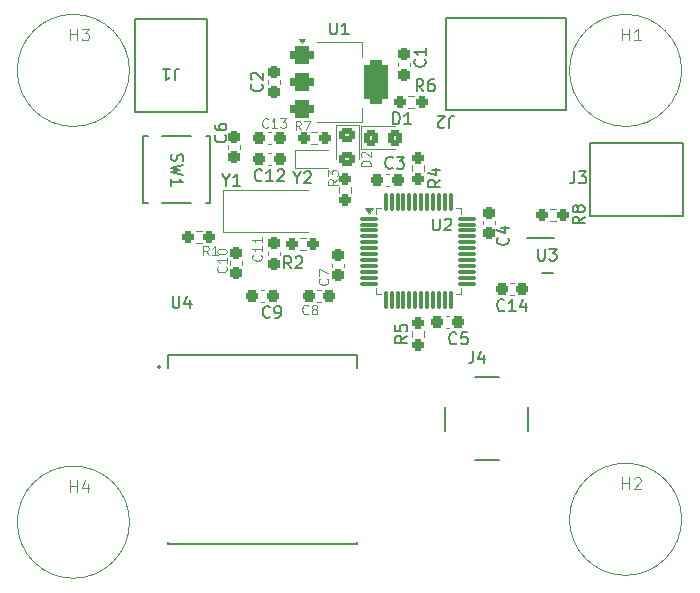
<source format=gbr>
G04 #@! TF.GenerationSoftware,KiCad,Pcbnew,9.0.0*
G04 #@! TF.CreationDate,2025-04-23T00:46:07-04:00*
G04 #@! TF.ProjectId,GPS,4750532e-6b69-4636-9164-5f7063625858,rev?*
G04 #@! TF.SameCoordinates,Original*
G04 #@! TF.FileFunction,Legend,Top*
G04 #@! TF.FilePolarity,Positive*
%FSLAX46Y46*%
G04 Gerber Fmt 4.6, Leading zero omitted, Abs format (unit mm)*
G04 Created by KiCad (PCBNEW 9.0.0) date 2025-04-23 00:46:07*
%MOMM*%
%LPD*%
G01*
G04 APERTURE LIST*
G04 Aperture macros list*
%AMRoundRect*
0 Rectangle with rounded corners*
0 $1 Rounding radius*
0 $2 $3 $4 $5 $6 $7 $8 $9 X,Y pos of 4 corners*
0 Add a 4 corners polygon primitive as box body*
4,1,4,$2,$3,$4,$5,$6,$7,$8,$9,$2,$3,0*
0 Add four circle primitives for the rounded corners*
1,1,$1+$1,$2,$3*
1,1,$1+$1,$4,$5*
1,1,$1+$1,$6,$7*
1,1,$1+$1,$8,$9*
0 Add four rect primitives between the rounded corners*
20,1,$1+$1,$2,$3,$4,$5,0*
20,1,$1+$1,$4,$5,$6,$7,0*
20,1,$1+$1,$6,$7,$8,$9,0*
20,1,$1+$1,$8,$9,$2,$3,0*%
G04 Aperture macros list end*
%ADD10C,0.100000*%
%ADD11C,0.150000*%
%ADD12C,0.080000*%
%ADD13C,0.120000*%
%ADD14C,0.152400*%
%ADD15C,0.127000*%
%ADD16C,0.200000*%
%ADD17RoundRect,0.237500X0.250000X0.237500X-0.250000X0.237500X-0.250000X-0.237500X0.250000X-0.237500X0*%
%ADD18RoundRect,0.237500X0.237500X-0.300000X0.237500X0.300000X-0.237500X0.300000X-0.237500X-0.300000X0*%
%ADD19C,1.320800*%
%ADD20R,0.558800X0.952500*%
%ADD21RoundRect,0.250000X-0.450000X0.325000X-0.450000X-0.325000X0.450000X-0.325000X0.450000X0.325000X0*%
%ADD22RoundRect,0.237500X-0.300000X-0.237500X0.300000X-0.237500X0.300000X0.237500X-0.300000X0.237500X0*%
%ADD23C,5.000000*%
%ADD24RoundRect,0.237500X-0.250000X-0.237500X0.250000X-0.237500X0.250000X0.237500X-0.250000X0.237500X0*%
%ADD25RoundRect,0.237500X-0.237500X0.300000X-0.237500X-0.300000X0.237500X-0.300000X0.237500X0.300000X0*%
%ADD26R,3.500000X2.400000*%
%ADD27RoundRect,0.250000X-0.325000X-0.450000X0.325000X-0.450000X0.325000X0.450000X-0.325000X0.450000X0*%
%ADD28RoundRect,0.237500X0.300000X0.237500X-0.300000X0.237500X-0.300000X-0.237500X0.300000X-0.237500X0*%
%ADD29RoundRect,0.375000X-0.625000X-0.375000X0.625000X-0.375000X0.625000X0.375000X-0.625000X0.375000X0*%
%ADD30RoundRect,0.500000X-0.500000X-1.400000X0.500000X-1.400000X0.500000X1.400000X-0.500000X1.400000X0*%
%ADD31C,2.529000*%
%ADD32C,2.829000*%
%ADD33R,1.050000X1.100000*%
%ADD34RoundRect,0.237500X-0.237500X0.250000X-0.237500X-0.250000X0.237500X-0.250000X0.237500X0.250000X0*%
%ADD35R,1.200000X0.449999*%
%ADD36O,2.704000X1.204000*%
%ADD37RoundRect,0.075000X-0.662500X-0.075000X0.662500X-0.075000X0.662500X0.075000X-0.662500X0.075000X0*%
%ADD38RoundRect,0.075000X-0.075000X-0.662500X0.075000X-0.662500X0.075000X0.662500X-0.075000X0.662500X0*%
%ADD39C,1.270000*%
%ADD40RoundRect,0.237500X0.237500X-0.250000X0.237500X0.250000X-0.237500X0.250000X-0.237500X-0.250000X0*%
G04 APERTURE END LIST*
D10*
X153266667Y-62564895D02*
X153000000Y-62183942D01*
X152809524Y-62564895D02*
X152809524Y-61764895D01*
X152809524Y-61764895D02*
X153114286Y-61764895D01*
X153114286Y-61764895D02*
X153190476Y-61802990D01*
X153190476Y-61802990D02*
X153228571Y-61841085D01*
X153228571Y-61841085D02*
X153266667Y-61917276D01*
X153266667Y-61917276D02*
X153266667Y-62031561D01*
X153266667Y-62031561D02*
X153228571Y-62107752D01*
X153228571Y-62107752D02*
X153190476Y-62145847D01*
X153190476Y-62145847D02*
X153114286Y-62183942D01*
X153114286Y-62183942D02*
X152809524Y-62183942D01*
X153533333Y-61764895D02*
X154066667Y-61764895D01*
X154066667Y-61764895D02*
X153723809Y-62564895D01*
D11*
X163759580Y-56566666D02*
X163807200Y-56614285D01*
X163807200Y-56614285D02*
X163854819Y-56757142D01*
X163854819Y-56757142D02*
X163854819Y-56852380D01*
X163854819Y-56852380D02*
X163807200Y-56995237D01*
X163807200Y-56995237D02*
X163711961Y-57090475D01*
X163711961Y-57090475D02*
X163616723Y-57138094D01*
X163616723Y-57138094D02*
X163426247Y-57185713D01*
X163426247Y-57185713D02*
X163283390Y-57185713D01*
X163283390Y-57185713D02*
X163092914Y-57138094D01*
X163092914Y-57138094D02*
X162997676Y-57090475D01*
X162997676Y-57090475D02*
X162902438Y-56995237D01*
X162902438Y-56995237D02*
X162854819Y-56852380D01*
X162854819Y-56852380D02*
X162854819Y-56757142D01*
X162854819Y-56757142D02*
X162902438Y-56614285D01*
X162902438Y-56614285D02*
X162950057Y-56566666D01*
X163854819Y-55614285D02*
X163854819Y-56185713D01*
X163854819Y-55899999D02*
X162854819Y-55899999D01*
X162854819Y-55899999D02*
X162997676Y-55995237D01*
X162997676Y-55995237D02*
X163092914Y-56090475D01*
X163092914Y-56090475D02*
X163140533Y-56185713D01*
X149929580Y-58666666D02*
X149977200Y-58714285D01*
X149977200Y-58714285D02*
X150024819Y-58857142D01*
X150024819Y-58857142D02*
X150024819Y-58952380D01*
X150024819Y-58952380D02*
X149977200Y-59095237D01*
X149977200Y-59095237D02*
X149881961Y-59190475D01*
X149881961Y-59190475D02*
X149786723Y-59238094D01*
X149786723Y-59238094D02*
X149596247Y-59285713D01*
X149596247Y-59285713D02*
X149453390Y-59285713D01*
X149453390Y-59285713D02*
X149262914Y-59238094D01*
X149262914Y-59238094D02*
X149167676Y-59190475D01*
X149167676Y-59190475D02*
X149072438Y-59095237D01*
X149072438Y-59095237D02*
X149024819Y-58952380D01*
X149024819Y-58952380D02*
X149024819Y-58857142D01*
X149024819Y-58857142D02*
X149072438Y-58714285D01*
X149072438Y-58714285D02*
X149120057Y-58666666D01*
X149120057Y-58285713D02*
X149072438Y-58238094D01*
X149072438Y-58238094D02*
X149024819Y-58142856D01*
X149024819Y-58142856D02*
X149024819Y-57904761D01*
X149024819Y-57904761D02*
X149072438Y-57809523D01*
X149072438Y-57809523D02*
X149120057Y-57761904D01*
X149120057Y-57761904D02*
X149215295Y-57714285D01*
X149215295Y-57714285D02*
X149310533Y-57714285D01*
X149310533Y-57714285D02*
X149453390Y-57761904D01*
X149453390Y-57761904D02*
X150024819Y-58333332D01*
X150024819Y-58333332D02*
X150024819Y-57714285D01*
X146859580Y-62966666D02*
X146907200Y-63014285D01*
X146907200Y-63014285D02*
X146954819Y-63157142D01*
X146954819Y-63157142D02*
X146954819Y-63252380D01*
X146954819Y-63252380D02*
X146907200Y-63395237D01*
X146907200Y-63395237D02*
X146811961Y-63490475D01*
X146811961Y-63490475D02*
X146716723Y-63538094D01*
X146716723Y-63538094D02*
X146526247Y-63585713D01*
X146526247Y-63585713D02*
X146383390Y-63585713D01*
X146383390Y-63585713D02*
X146192914Y-63538094D01*
X146192914Y-63538094D02*
X146097676Y-63490475D01*
X146097676Y-63490475D02*
X146002438Y-63395237D01*
X146002438Y-63395237D02*
X145954819Y-63252380D01*
X145954819Y-63252380D02*
X145954819Y-63157142D01*
X145954819Y-63157142D02*
X146002438Y-63014285D01*
X146002438Y-63014285D02*
X146050057Y-62966666D01*
X145954819Y-62109523D02*
X145954819Y-62299999D01*
X145954819Y-62299999D02*
X146002438Y-62395237D01*
X146002438Y-62395237D02*
X146050057Y-62442856D01*
X146050057Y-62442856D02*
X146192914Y-62538094D01*
X146192914Y-62538094D02*
X146383390Y-62585713D01*
X146383390Y-62585713D02*
X146764342Y-62585713D01*
X146764342Y-62585713D02*
X146859580Y-62538094D01*
X146859580Y-62538094D02*
X146907200Y-62490475D01*
X146907200Y-62490475D02*
X146954819Y-62395237D01*
X146954819Y-62395237D02*
X146954819Y-62204761D01*
X146954819Y-62204761D02*
X146907200Y-62109523D01*
X146907200Y-62109523D02*
X146859580Y-62061904D01*
X146859580Y-62061904D02*
X146764342Y-62014285D01*
X146764342Y-62014285D02*
X146526247Y-62014285D01*
X146526247Y-62014285D02*
X146431009Y-62061904D01*
X146431009Y-62061904D02*
X146383390Y-62109523D01*
X146383390Y-62109523D02*
X146335771Y-62204761D01*
X146335771Y-62204761D02*
X146335771Y-62395237D01*
X146335771Y-62395237D02*
X146383390Y-62490475D01*
X146383390Y-62490475D02*
X146431009Y-62538094D01*
X146431009Y-62538094D02*
X146526247Y-62585713D01*
X176416666Y-66059719D02*
X176416666Y-66774004D01*
X176416666Y-66774004D02*
X176369047Y-66916861D01*
X176369047Y-66916861D02*
X176273809Y-67012100D01*
X176273809Y-67012100D02*
X176130952Y-67059719D01*
X176130952Y-67059719D02*
X176035714Y-67059719D01*
X176797619Y-66059719D02*
X177416666Y-66059719D01*
X177416666Y-66059719D02*
X177083333Y-66440671D01*
X177083333Y-66440671D02*
X177226190Y-66440671D01*
X177226190Y-66440671D02*
X177321428Y-66488290D01*
X177321428Y-66488290D02*
X177369047Y-66535909D01*
X177369047Y-66535909D02*
X177416666Y-66631147D01*
X177416666Y-66631147D02*
X177416666Y-66869242D01*
X177416666Y-66869242D02*
X177369047Y-66964480D01*
X177369047Y-66964480D02*
X177321428Y-67012100D01*
X177321428Y-67012100D02*
X177226190Y-67059719D01*
X177226190Y-67059719D02*
X176940476Y-67059719D01*
X176940476Y-67059719D02*
X176845238Y-67012100D01*
X176845238Y-67012100D02*
X176797619Y-66964480D01*
X142338600Y-64585317D02*
X142290980Y-64728174D01*
X142290980Y-64728174D02*
X142290980Y-64966269D01*
X142290980Y-64966269D02*
X142338600Y-65061507D01*
X142338600Y-65061507D02*
X142386219Y-65109126D01*
X142386219Y-65109126D02*
X142481457Y-65156745D01*
X142481457Y-65156745D02*
X142576695Y-65156745D01*
X142576695Y-65156745D02*
X142671933Y-65109126D01*
X142671933Y-65109126D02*
X142719552Y-65061507D01*
X142719552Y-65061507D02*
X142767171Y-64966269D01*
X142767171Y-64966269D02*
X142814790Y-64775793D01*
X142814790Y-64775793D02*
X142862409Y-64680555D01*
X142862409Y-64680555D02*
X142910028Y-64632936D01*
X142910028Y-64632936D02*
X143005266Y-64585317D01*
X143005266Y-64585317D02*
X143100504Y-64585317D01*
X143100504Y-64585317D02*
X143195742Y-64632936D01*
X143195742Y-64632936D02*
X143243361Y-64680555D01*
X143243361Y-64680555D02*
X143290980Y-64775793D01*
X143290980Y-64775793D02*
X143290980Y-65013888D01*
X143290980Y-65013888D02*
X143243361Y-65156745D01*
X143290980Y-65490079D02*
X142290980Y-65728174D01*
X142290980Y-65728174D02*
X143005266Y-65918650D01*
X143005266Y-65918650D02*
X142290980Y-66109126D01*
X142290980Y-66109126D02*
X143290980Y-66347222D01*
X142290980Y-67251983D02*
X142290980Y-66680555D01*
X142290980Y-66966269D02*
X143290980Y-66966269D01*
X143290980Y-66966269D02*
X143148123Y-66871031D01*
X143148123Y-66871031D02*
X143052885Y-66775793D01*
X143052885Y-66775793D02*
X143005266Y-66680555D01*
X142588233Y-58345180D02*
X142588233Y-57630895D01*
X142588233Y-57630895D02*
X142635852Y-57488038D01*
X142635852Y-57488038D02*
X142731090Y-57392800D01*
X142731090Y-57392800D02*
X142873947Y-57345180D01*
X142873947Y-57345180D02*
X142969185Y-57345180D01*
X141588233Y-57345180D02*
X142159661Y-57345180D01*
X141873947Y-57345180D02*
X141873947Y-58345180D01*
X141873947Y-58345180D02*
X141969185Y-58202323D01*
X141969185Y-58202323D02*
X142064423Y-58107085D01*
X142064423Y-58107085D02*
X142159661Y-58059466D01*
D10*
X159164895Y-65590475D02*
X158364895Y-65590475D01*
X158364895Y-65590475D02*
X158364895Y-65399999D01*
X158364895Y-65399999D02*
X158402990Y-65285713D01*
X158402990Y-65285713D02*
X158479180Y-65209523D01*
X158479180Y-65209523D02*
X158555371Y-65171428D01*
X158555371Y-65171428D02*
X158707752Y-65133332D01*
X158707752Y-65133332D02*
X158822038Y-65133332D01*
X158822038Y-65133332D02*
X158974419Y-65171428D01*
X158974419Y-65171428D02*
X159050609Y-65209523D01*
X159050609Y-65209523D02*
X159126800Y-65285713D01*
X159126800Y-65285713D02*
X159164895Y-65399999D01*
X159164895Y-65399999D02*
X159164895Y-65590475D01*
X158441085Y-64828571D02*
X158402990Y-64790475D01*
X158402990Y-64790475D02*
X158364895Y-64714285D01*
X158364895Y-64714285D02*
X158364895Y-64523809D01*
X158364895Y-64523809D02*
X158402990Y-64447618D01*
X158402990Y-64447618D02*
X158441085Y-64409523D01*
X158441085Y-64409523D02*
X158517276Y-64371428D01*
X158517276Y-64371428D02*
X158593466Y-64371428D01*
X158593466Y-64371428D02*
X158707752Y-64409523D01*
X158707752Y-64409523D02*
X159164895Y-64866666D01*
X159164895Y-64866666D02*
X159164895Y-64371428D01*
D11*
X161033333Y-65729580D02*
X160985714Y-65777200D01*
X160985714Y-65777200D02*
X160842857Y-65824819D01*
X160842857Y-65824819D02*
X160747619Y-65824819D01*
X160747619Y-65824819D02*
X160604762Y-65777200D01*
X160604762Y-65777200D02*
X160509524Y-65681961D01*
X160509524Y-65681961D02*
X160461905Y-65586723D01*
X160461905Y-65586723D02*
X160414286Y-65396247D01*
X160414286Y-65396247D02*
X160414286Y-65253390D01*
X160414286Y-65253390D02*
X160461905Y-65062914D01*
X160461905Y-65062914D02*
X160509524Y-64967676D01*
X160509524Y-64967676D02*
X160604762Y-64872438D01*
X160604762Y-64872438D02*
X160747619Y-64824819D01*
X160747619Y-64824819D02*
X160842857Y-64824819D01*
X160842857Y-64824819D02*
X160985714Y-64872438D01*
X160985714Y-64872438D02*
X161033333Y-64920057D01*
X161366667Y-64824819D02*
X161985714Y-64824819D01*
X161985714Y-64824819D02*
X161652381Y-65205771D01*
X161652381Y-65205771D02*
X161795238Y-65205771D01*
X161795238Y-65205771D02*
X161890476Y-65253390D01*
X161890476Y-65253390D02*
X161938095Y-65301009D01*
X161938095Y-65301009D02*
X161985714Y-65396247D01*
X161985714Y-65396247D02*
X161985714Y-65634342D01*
X161985714Y-65634342D02*
X161938095Y-65729580D01*
X161938095Y-65729580D02*
X161890476Y-65777200D01*
X161890476Y-65777200D02*
X161795238Y-65824819D01*
X161795238Y-65824819D02*
X161509524Y-65824819D01*
X161509524Y-65824819D02*
X161414286Y-65777200D01*
X161414286Y-65777200D02*
X161366667Y-65729580D01*
D10*
X180488095Y-54957419D02*
X180488095Y-53957419D01*
X180488095Y-54433609D02*
X181059523Y-54433609D01*
X181059523Y-54957419D02*
X181059523Y-53957419D01*
X182059523Y-54957419D02*
X181488095Y-54957419D01*
X181773809Y-54957419D02*
X181773809Y-53957419D01*
X181773809Y-53957419D02*
X181678571Y-54100276D01*
X181678571Y-54100276D02*
X181583333Y-54195514D01*
X181583333Y-54195514D02*
X181488095Y-54243133D01*
D11*
X177277319Y-69886666D02*
X176801128Y-70219999D01*
X177277319Y-70458094D02*
X176277319Y-70458094D01*
X176277319Y-70458094D02*
X176277319Y-70077142D01*
X176277319Y-70077142D02*
X176324938Y-69981904D01*
X176324938Y-69981904D02*
X176372557Y-69934285D01*
X176372557Y-69934285D02*
X176467795Y-69886666D01*
X176467795Y-69886666D02*
X176610652Y-69886666D01*
X176610652Y-69886666D02*
X176705890Y-69934285D01*
X176705890Y-69934285D02*
X176753509Y-69981904D01*
X176753509Y-69981904D02*
X176801128Y-70077142D01*
X176801128Y-70077142D02*
X176801128Y-70458094D01*
X176705890Y-69315237D02*
X176658271Y-69410475D01*
X176658271Y-69410475D02*
X176610652Y-69458094D01*
X176610652Y-69458094D02*
X176515414Y-69505713D01*
X176515414Y-69505713D02*
X176467795Y-69505713D01*
X176467795Y-69505713D02*
X176372557Y-69458094D01*
X176372557Y-69458094D02*
X176324938Y-69410475D01*
X176324938Y-69410475D02*
X176277319Y-69315237D01*
X176277319Y-69315237D02*
X176277319Y-69124761D01*
X176277319Y-69124761D02*
X176324938Y-69029523D01*
X176324938Y-69029523D02*
X176372557Y-68981904D01*
X176372557Y-68981904D02*
X176467795Y-68934285D01*
X176467795Y-68934285D02*
X176515414Y-68934285D01*
X176515414Y-68934285D02*
X176610652Y-68981904D01*
X176610652Y-68981904D02*
X176658271Y-69029523D01*
X176658271Y-69029523D02*
X176705890Y-69124761D01*
X176705890Y-69124761D02*
X176705890Y-69315237D01*
X176705890Y-69315237D02*
X176753509Y-69410475D01*
X176753509Y-69410475D02*
X176801128Y-69458094D01*
X176801128Y-69458094D02*
X176896366Y-69505713D01*
X176896366Y-69505713D02*
X177086842Y-69505713D01*
X177086842Y-69505713D02*
X177182080Y-69458094D01*
X177182080Y-69458094D02*
X177229700Y-69410475D01*
X177229700Y-69410475D02*
X177277319Y-69315237D01*
X177277319Y-69315237D02*
X177277319Y-69124761D01*
X177277319Y-69124761D02*
X177229700Y-69029523D01*
X177229700Y-69029523D02*
X177182080Y-68981904D01*
X177182080Y-68981904D02*
X177086842Y-68934285D01*
X177086842Y-68934285D02*
X176896366Y-68934285D01*
X176896366Y-68934285D02*
X176801128Y-68981904D01*
X176801128Y-68981904D02*
X176753509Y-69029523D01*
X176753509Y-69029523D02*
X176705890Y-69124761D01*
D10*
X149888704Y-73114285D02*
X149926800Y-73152381D01*
X149926800Y-73152381D02*
X149964895Y-73266666D01*
X149964895Y-73266666D02*
X149964895Y-73342857D01*
X149964895Y-73342857D02*
X149926800Y-73457143D01*
X149926800Y-73457143D02*
X149850609Y-73533333D01*
X149850609Y-73533333D02*
X149774419Y-73571428D01*
X149774419Y-73571428D02*
X149622038Y-73609524D01*
X149622038Y-73609524D02*
X149507752Y-73609524D01*
X149507752Y-73609524D02*
X149355371Y-73571428D01*
X149355371Y-73571428D02*
X149279180Y-73533333D01*
X149279180Y-73533333D02*
X149202990Y-73457143D01*
X149202990Y-73457143D02*
X149164895Y-73342857D01*
X149164895Y-73342857D02*
X149164895Y-73266666D01*
X149164895Y-73266666D02*
X149202990Y-73152381D01*
X149202990Y-73152381D02*
X149241085Y-73114285D01*
X149964895Y-72352381D02*
X149964895Y-72809524D01*
X149964895Y-72580952D02*
X149164895Y-72580952D01*
X149164895Y-72580952D02*
X149279180Y-72657143D01*
X149279180Y-72657143D02*
X149355371Y-72733333D01*
X149355371Y-72733333D02*
X149393466Y-72809524D01*
X149964895Y-71590476D02*
X149964895Y-72047619D01*
X149964895Y-71819047D02*
X149164895Y-71819047D01*
X149164895Y-71819047D02*
X149279180Y-71895238D01*
X149279180Y-71895238D02*
X149355371Y-71971428D01*
X149355371Y-71971428D02*
X149393466Y-72047619D01*
D11*
X146923809Y-66778628D02*
X146923809Y-67254819D01*
X146590476Y-66254819D02*
X146923809Y-66778628D01*
X146923809Y-66778628D02*
X147257142Y-66254819D01*
X148114285Y-67254819D02*
X147542857Y-67254819D01*
X147828571Y-67254819D02*
X147828571Y-66254819D01*
X147828571Y-66254819D02*
X147733333Y-66397676D01*
X147733333Y-66397676D02*
X147638095Y-66492914D01*
X147638095Y-66492914D02*
X147542857Y-66540533D01*
X161061905Y-62054819D02*
X161061905Y-61054819D01*
X161061905Y-61054819D02*
X161300000Y-61054819D01*
X161300000Y-61054819D02*
X161442857Y-61102438D01*
X161442857Y-61102438D02*
X161538095Y-61197676D01*
X161538095Y-61197676D02*
X161585714Y-61292914D01*
X161585714Y-61292914D02*
X161633333Y-61483390D01*
X161633333Y-61483390D02*
X161633333Y-61626247D01*
X161633333Y-61626247D02*
X161585714Y-61816723D01*
X161585714Y-61816723D02*
X161538095Y-61911961D01*
X161538095Y-61911961D02*
X161442857Y-62007200D01*
X161442857Y-62007200D02*
X161300000Y-62054819D01*
X161300000Y-62054819D02*
X161061905Y-62054819D01*
X162585714Y-62054819D02*
X162014286Y-62054819D01*
X162300000Y-62054819D02*
X162300000Y-61054819D01*
X162300000Y-61054819D02*
X162204762Y-61197676D01*
X162204762Y-61197676D02*
X162109524Y-61292914D01*
X162109524Y-61292914D02*
X162014286Y-61340533D01*
X170494642Y-77789580D02*
X170447023Y-77837200D01*
X170447023Y-77837200D02*
X170304166Y-77884819D01*
X170304166Y-77884819D02*
X170208928Y-77884819D01*
X170208928Y-77884819D02*
X170066071Y-77837200D01*
X170066071Y-77837200D02*
X169970833Y-77741961D01*
X169970833Y-77741961D02*
X169923214Y-77646723D01*
X169923214Y-77646723D02*
X169875595Y-77456247D01*
X169875595Y-77456247D02*
X169875595Y-77313390D01*
X169875595Y-77313390D02*
X169923214Y-77122914D01*
X169923214Y-77122914D02*
X169970833Y-77027676D01*
X169970833Y-77027676D02*
X170066071Y-76932438D01*
X170066071Y-76932438D02*
X170208928Y-76884819D01*
X170208928Y-76884819D02*
X170304166Y-76884819D01*
X170304166Y-76884819D02*
X170447023Y-76932438D01*
X170447023Y-76932438D02*
X170494642Y-76980057D01*
X171447023Y-77884819D02*
X170875595Y-77884819D01*
X171161309Y-77884819D02*
X171161309Y-76884819D01*
X171161309Y-76884819D02*
X171066071Y-77027676D01*
X171066071Y-77027676D02*
X170970833Y-77122914D01*
X170970833Y-77122914D02*
X170875595Y-77170533D01*
X172304166Y-77218152D02*
X172304166Y-77884819D01*
X172066071Y-76837200D02*
X171827976Y-77551485D01*
X171827976Y-77551485D02*
X172447023Y-77551485D01*
D10*
X145466667Y-73164895D02*
X145200000Y-72783942D01*
X145009524Y-73164895D02*
X145009524Y-72364895D01*
X145009524Y-72364895D02*
X145314286Y-72364895D01*
X145314286Y-72364895D02*
X145390476Y-72402990D01*
X145390476Y-72402990D02*
X145428571Y-72441085D01*
X145428571Y-72441085D02*
X145466667Y-72517276D01*
X145466667Y-72517276D02*
X145466667Y-72631561D01*
X145466667Y-72631561D02*
X145428571Y-72707752D01*
X145428571Y-72707752D02*
X145390476Y-72745847D01*
X145390476Y-72745847D02*
X145314286Y-72783942D01*
X145314286Y-72783942D02*
X145009524Y-72783942D01*
X146228571Y-73164895D02*
X145771428Y-73164895D01*
X146000000Y-73164895D02*
X146000000Y-72364895D01*
X146000000Y-72364895D02*
X145923809Y-72479180D01*
X145923809Y-72479180D02*
X145847619Y-72555371D01*
X145847619Y-72555371D02*
X145771428Y-72593466D01*
X180488095Y-92957419D02*
X180488095Y-91957419D01*
X180488095Y-92433609D02*
X181059523Y-92433609D01*
X181059523Y-92957419D02*
X181059523Y-91957419D01*
X181488095Y-92052657D02*
X181535714Y-92005038D01*
X181535714Y-92005038D02*
X181630952Y-91957419D01*
X181630952Y-91957419D02*
X181869047Y-91957419D01*
X181869047Y-91957419D02*
X181964285Y-92005038D01*
X181964285Y-92005038D02*
X182011904Y-92052657D01*
X182011904Y-92052657D02*
X182059523Y-92147895D01*
X182059523Y-92147895D02*
X182059523Y-92243133D01*
X182059523Y-92243133D02*
X182011904Y-92385990D01*
X182011904Y-92385990D02*
X181440476Y-92957419D01*
X181440476Y-92957419D02*
X182059523Y-92957419D01*
D11*
X155738095Y-53454819D02*
X155738095Y-54264342D01*
X155738095Y-54264342D02*
X155785714Y-54359580D01*
X155785714Y-54359580D02*
X155833333Y-54407200D01*
X155833333Y-54407200D02*
X155928571Y-54454819D01*
X155928571Y-54454819D02*
X156119047Y-54454819D01*
X156119047Y-54454819D02*
X156214285Y-54407200D01*
X156214285Y-54407200D02*
X156261904Y-54359580D01*
X156261904Y-54359580D02*
X156309523Y-54264342D01*
X156309523Y-54264342D02*
X156309523Y-53454819D01*
X157309523Y-54454819D02*
X156738095Y-54454819D01*
X157023809Y-54454819D02*
X157023809Y-53454819D01*
X157023809Y-53454819D02*
X156928571Y-53597676D01*
X156928571Y-53597676D02*
X156833333Y-53692914D01*
X156833333Y-53692914D02*
X156738095Y-53740533D01*
X167841666Y-81279819D02*
X167841666Y-81994104D01*
X167841666Y-81994104D02*
X167794047Y-82136961D01*
X167794047Y-82136961D02*
X167698809Y-82232200D01*
X167698809Y-82232200D02*
X167555952Y-82279819D01*
X167555952Y-82279819D02*
X167460714Y-82279819D01*
X168746428Y-81613152D02*
X168746428Y-82279819D01*
X168508333Y-81232200D02*
X168270238Y-81946485D01*
X168270238Y-81946485D02*
X168889285Y-81946485D01*
D10*
X155488704Y-75133332D02*
X155526800Y-75171428D01*
X155526800Y-75171428D02*
X155564895Y-75285713D01*
X155564895Y-75285713D02*
X155564895Y-75361904D01*
X155564895Y-75361904D02*
X155526800Y-75476190D01*
X155526800Y-75476190D02*
X155450609Y-75552380D01*
X155450609Y-75552380D02*
X155374419Y-75590475D01*
X155374419Y-75590475D02*
X155222038Y-75628571D01*
X155222038Y-75628571D02*
X155107752Y-75628571D01*
X155107752Y-75628571D02*
X154955371Y-75590475D01*
X154955371Y-75590475D02*
X154879180Y-75552380D01*
X154879180Y-75552380D02*
X154802990Y-75476190D01*
X154802990Y-75476190D02*
X154764895Y-75361904D01*
X154764895Y-75361904D02*
X154764895Y-75285713D01*
X154764895Y-75285713D02*
X154802990Y-75171428D01*
X154802990Y-75171428D02*
X154841085Y-75133332D01*
X154764895Y-74866666D02*
X154764895Y-74333332D01*
X154764895Y-74333332D02*
X155564895Y-74676190D01*
D11*
X170759580Y-71666666D02*
X170807200Y-71714285D01*
X170807200Y-71714285D02*
X170854819Y-71857142D01*
X170854819Y-71857142D02*
X170854819Y-71952380D01*
X170854819Y-71952380D02*
X170807200Y-72095237D01*
X170807200Y-72095237D02*
X170711961Y-72190475D01*
X170711961Y-72190475D02*
X170616723Y-72238094D01*
X170616723Y-72238094D02*
X170426247Y-72285713D01*
X170426247Y-72285713D02*
X170283390Y-72285713D01*
X170283390Y-72285713D02*
X170092914Y-72238094D01*
X170092914Y-72238094D02*
X169997676Y-72190475D01*
X169997676Y-72190475D02*
X169902438Y-72095237D01*
X169902438Y-72095237D02*
X169854819Y-71952380D01*
X169854819Y-71952380D02*
X169854819Y-71857142D01*
X169854819Y-71857142D02*
X169902438Y-71714285D01*
X169902438Y-71714285D02*
X169950057Y-71666666D01*
X170188152Y-70809523D02*
X170854819Y-70809523D01*
X169807200Y-71047618D02*
X170521485Y-71285713D01*
X170521485Y-71285713D02*
X170521485Y-70666666D01*
X152923809Y-66578628D02*
X152923809Y-67054819D01*
X152590476Y-66054819D02*
X152923809Y-66578628D01*
X152923809Y-66578628D02*
X153257142Y-66054819D01*
X153542857Y-66150057D02*
X153590476Y-66102438D01*
X153590476Y-66102438D02*
X153685714Y-66054819D01*
X153685714Y-66054819D02*
X153923809Y-66054819D01*
X153923809Y-66054819D02*
X154019047Y-66102438D01*
X154019047Y-66102438D02*
X154066666Y-66150057D01*
X154066666Y-66150057D02*
X154114285Y-66245295D01*
X154114285Y-66245295D02*
X154114285Y-66340533D01*
X154114285Y-66340533D02*
X154066666Y-66483390D01*
X154066666Y-66483390D02*
X153495238Y-67054819D01*
X153495238Y-67054819D02*
X154114285Y-67054819D01*
X152433333Y-74254819D02*
X152100000Y-73778628D01*
X151861905Y-74254819D02*
X151861905Y-73254819D01*
X151861905Y-73254819D02*
X152242857Y-73254819D01*
X152242857Y-73254819D02*
X152338095Y-73302438D01*
X152338095Y-73302438D02*
X152385714Y-73350057D01*
X152385714Y-73350057D02*
X152433333Y-73445295D01*
X152433333Y-73445295D02*
X152433333Y-73588152D01*
X152433333Y-73588152D02*
X152385714Y-73683390D01*
X152385714Y-73683390D02*
X152338095Y-73731009D01*
X152338095Y-73731009D02*
X152242857Y-73778628D01*
X152242857Y-73778628D02*
X151861905Y-73778628D01*
X152814286Y-73350057D02*
X152861905Y-73302438D01*
X152861905Y-73302438D02*
X152957143Y-73254819D01*
X152957143Y-73254819D02*
X153195238Y-73254819D01*
X153195238Y-73254819D02*
X153290476Y-73302438D01*
X153290476Y-73302438D02*
X153338095Y-73350057D01*
X153338095Y-73350057D02*
X153385714Y-73445295D01*
X153385714Y-73445295D02*
X153385714Y-73540533D01*
X153385714Y-73540533D02*
X153338095Y-73683390D01*
X153338095Y-73683390D02*
X152766667Y-74254819D01*
X152766667Y-74254819D02*
X153385714Y-74254819D01*
D10*
X150485714Y-62288704D02*
X150447618Y-62326800D01*
X150447618Y-62326800D02*
X150333333Y-62364895D01*
X150333333Y-62364895D02*
X150257142Y-62364895D01*
X150257142Y-62364895D02*
X150142856Y-62326800D01*
X150142856Y-62326800D02*
X150066666Y-62250609D01*
X150066666Y-62250609D02*
X150028571Y-62174419D01*
X150028571Y-62174419D02*
X149990475Y-62022038D01*
X149990475Y-62022038D02*
X149990475Y-61907752D01*
X149990475Y-61907752D02*
X150028571Y-61755371D01*
X150028571Y-61755371D02*
X150066666Y-61679180D01*
X150066666Y-61679180D02*
X150142856Y-61602990D01*
X150142856Y-61602990D02*
X150257142Y-61564895D01*
X150257142Y-61564895D02*
X150333333Y-61564895D01*
X150333333Y-61564895D02*
X150447618Y-61602990D01*
X150447618Y-61602990D02*
X150485714Y-61641085D01*
X151247618Y-62364895D02*
X150790475Y-62364895D01*
X151019047Y-62364895D02*
X151019047Y-61564895D01*
X151019047Y-61564895D02*
X150942856Y-61679180D01*
X150942856Y-61679180D02*
X150866666Y-61755371D01*
X150866666Y-61755371D02*
X150790475Y-61793466D01*
X151514285Y-61564895D02*
X152009523Y-61564895D01*
X152009523Y-61564895D02*
X151742857Y-61869657D01*
X151742857Y-61869657D02*
X151857142Y-61869657D01*
X151857142Y-61869657D02*
X151933333Y-61907752D01*
X151933333Y-61907752D02*
X151971428Y-61945847D01*
X151971428Y-61945847D02*
X152009523Y-62022038D01*
X152009523Y-62022038D02*
X152009523Y-62212514D01*
X152009523Y-62212514D02*
X151971428Y-62288704D01*
X151971428Y-62288704D02*
X151933333Y-62326800D01*
X151933333Y-62326800D02*
X151857142Y-62364895D01*
X151857142Y-62364895D02*
X151628571Y-62364895D01*
X151628571Y-62364895D02*
X151552380Y-62326800D01*
X151552380Y-62326800D02*
X151514285Y-62288704D01*
D11*
X162254819Y-79966666D02*
X161778628Y-80299999D01*
X162254819Y-80538094D02*
X161254819Y-80538094D01*
X161254819Y-80538094D02*
X161254819Y-80157142D01*
X161254819Y-80157142D02*
X161302438Y-80061904D01*
X161302438Y-80061904D02*
X161350057Y-80014285D01*
X161350057Y-80014285D02*
X161445295Y-79966666D01*
X161445295Y-79966666D02*
X161588152Y-79966666D01*
X161588152Y-79966666D02*
X161683390Y-80014285D01*
X161683390Y-80014285D02*
X161731009Y-80061904D01*
X161731009Y-80061904D02*
X161778628Y-80157142D01*
X161778628Y-80157142D02*
X161778628Y-80538094D01*
X161254819Y-79061904D02*
X161254819Y-79538094D01*
X161254819Y-79538094D02*
X161731009Y-79585713D01*
X161731009Y-79585713D02*
X161683390Y-79538094D01*
X161683390Y-79538094D02*
X161635771Y-79442856D01*
X161635771Y-79442856D02*
X161635771Y-79204761D01*
X161635771Y-79204761D02*
X161683390Y-79109523D01*
X161683390Y-79109523D02*
X161731009Y-79061904D01*
X161731009Y-79061904D02*
X161826247Y-79014285D01*
X161826247Y-79014285D02*
X162064342Y-79014285D01*
X162064342Y-79014285D02*
X162159580Y-79061904D01*
X162159580Y-79061904D02*
X162207200Y-79109523D01*
X162207200Y-79109523D02*
X162254819Y-79204761D01*
X162254819Y-79204761D02*
X162254819Y-79442856D01*
X162254819Y-79442856D02*
X162207200Y-79538094D01*
X162207200Y-79538094D02*
X162159580Y-79585713D01*
X149957142Y-66789580D02*
X149909523Y-66837200D01*
X149909523Y-66837200D02*
X149766666Y-66884819D01*
X149766666Y-66884819D02*
X149671428Y-66884819D01*
X149671428Y-66884819D02*
X149528571Y-66837200D01*
X149528571Y-66837200D02*
X149433333Y-66741961D01*
X149433333Y-66741961D02*
X149385714Y-66646723D01*
X149385714Y-66646723D02*
X149338095Y-66456247D01*
X149338095Y-66456247D02*
X149338095Y-66313390D01*
X149338095Y-66313390D02*
X149385714Y-66122914D01*
X149385714Y-66122914D02*
X149433333Y-66027676D01*
X149433333Y-66027676D02*
X149528571Y-65932438D01*
X149528571Y-65932438D02*
X149671428Y-65884819D01*
X149671428Y-65884819D02*
X149766666Y-65884819D01*
X149766666Y-65884819D02*
X149909523Y-65932438D01*
X149909523Y-65932438D02*
X149957142Y-65980057D01*
X150909523Y-66884819D02*
X150338095Y-66884819D01*
X150623809Y-66884819D02*
X150623809Y-65884819D01*
X150623809Y-65884819D02*
X150528571Y-66027676D01*
X150528571Y-66027676D02*
X150433333Y-66122914D01*
X150433333Y-66122914D02*
X150338095Y-66170533D01*
X151290476Y-65980057D02*
X151338095Y-65932438D01*
X151338095Y-65932438D02*
X151433333Y-65884819D01*
X151433333Y-65884819D02*
X151671428Y-65884819D01*
X151671428Y-65884819D02*
X151766666Y-65932438D01*
X151766666Y-65932438D02*
X151814285Y-65980057D01*
X151814285Y-65980057D02*
X151861904Y-66075295D01*
X151861904Y-66075295D02*
X151861904Y-66170533D01*
X151861904Y-66170533D02*
X151814285Y-66313390D01*
X151814285Y-66313390D02*
X151242857Y-66884819D01*
X151242857Y-66884819D02*
X151861904Y-66884819D01*
D10*
X133738095Y-54957419D02*
X133738095Y-53957419D01*
X133738095Y-54433609D02*
X134309523Y-54433609D01*
X134309523Y-54957419D02*
X134309523Y-53957419D01*
X134690476Y-53957419D02*
X135309523Y-53957419D01*
X135309523Y-53957419D02*
X134976190Y-54338371D01*
X134976190Y-54338371D02*
X135119047Y-54338371D01*
X135119047Y-54338371D02*
X135214285Y-54385990D01*
X135214285Y-54385990D02*
X135261904Y-54433609D01*
X135261904Y-54433609D02*
X135309523Y-54528847D01*
X135309523Y-54528847D02*
X135309523Y-54766942D01*
X135309523Y-54766942D02*
X135261904Y-54862180D01*
X135261904Y-54862180D02*
X135214285Y-54909800D01*
X135214285Y-54909800D02*
X135119047Y-54957419D01*
X135119047Y-54957419D02*
X134833333Y-54957419D01*
X134833333Y-54957419D02*
X134738095Y-54909800D01*
X134738095Y-54909800D02*
X134690476Y-54862180D01*
D11*
X150633333Y-78359580D02*
X150585714Y-78407200D01*
X150585714Y-78407200D02*
X150442857Y-78454819D01*
X150442857Y-78454819D02*
X150347619Y-78454819D01*
X150347619Y-78454819D02*
X150204762Y-78407200D01*
X150204762Y-78407200D02*
X150109524Y-78311961D01*
X150109524Y-78311961D02*
X150061905Y-78216723D01*
X150061905Y-78216723D02*
X150014286Y-78026247D01*
X150014286Y-78026247D02*
X150014286Y-77883390D01*
X150014286Y-77883390D02*
X150061905Y-77692914D01*
X150061905Y-77692914D02*
X150109524Y-77597676D01*
X150109524Y-77597676D02*
X150204762Y-77502438D01*
X150204762Y-77502438D02*
X150347619Y-77454819D01*
X150347619Y-77454819D02*
X150442857Y-77454819D01*
X150442857Y-77454819D02*
X150585714Y-77502438D01*
X150585714Y-77502438D02*
X150633333Y-77550057D01*
X151109524Y-78454819D02*
X151300000Y-78454819D01*
X151300000Y-78454819D02*
X151395238Y-78407200D01*
X151395238Y-78407200D02*
X151442857Y-78359580D01*
X151442857Y-78359580D02*
X151538095Y-78216723D01*
X151538095Y-78216723D02*
X151585714Y-78026247D01*
X151585714Y-78026247D02*
X151585714Y-77645295D01*
X151585714Y-77645295D02*
X151538095Y-77550057D01*
X151538095Y-77550057D02*
X151490476Y-77502438D01*
X151490476Y-77502438D02*
X151395238Y-77454819D01*
X151395238Y-77454819D02*
X151204762Y-77454819D01*
X151204762Y-77454819D02*
X151109524Y-77502438D01*
X151109524Y-77502438D02*
X151061905Y-77550057D01*
X151061905Y-77550057D02*
X151014286Y-77645295D01*
X151014286Y-77645295D02*
X151014286Y-77883390D01*
X151014286Y-77883390D02*
X151061905Y-77978628D01*
X151061905Y-77978628D02*
X151109524Y-78026247D01*
X151109524Y-78026247D02*
X151204762Y-78073866D01*
X151204762Y-78073866D02*
X151395238Y-78073866D01*
X151395238Y-78073866D02*
X151490476Y-78026247D01*
X151490476Y-78026247D02*
X151538095Y-77978628D01*
X151538095Y-77978628D02*
X151585714Y-77883390D01*
X166433333Y-80589580D02*
X166385714Y-80637200D01*
X166385714Y-80637200D02*
X166242857Y-80684819D01*
X166242857Y-80684819D02*
X166147619Y-80684819D01*
X166147619Y-80684819D02*
X166004762Y-80637200D01*
X166004762Y-80637200D02*
X165909524Y-80541961D01*
X165909524Y-80541961D02*
X165861905Y-80446723D01*
X165861905Y-80446723D02*
X165814286Y-80256247D01*
X165814286Y-80256247D02*
X165814286Y-80113390D01*
X165814286Y-80113390D02*
X165861905Y-79922914D01*
X165861905Y-79922914D02*
X165909524Y-79827676D01*
X165909524Y-79827676D02*
X166004762Y-79732438D01*
X166004762Y-79732438D02*
X166147619Y-79684819D01*
X166147619Y-79684819D02*
X166242857Y-79684819D01*
X166242857Y-79684819D02*
X166385714Y-79732438D01*
X166385714Y-79732438D02*
X166433333Y-79780057D01*
X167338095Y-79684819D02*
X166861905Y-79684819D01*
X166861905Y-79684819D02*
X166814286Y-80161009D01*
X166814286Y-80161009D02*
X166861905Y-80113390D01*
X166861905Y-80113390D02*
X166957143Y-80065771D01*
X166957143Y-80065771D02*
X167195238Y-80065771D01*
X167195238Y-80065771D02*
X167290476Y-80113390D01*
X167290476Y-80113390D02*
X167338095Y-80161009D01*
X167338095Y-80161009D02*
X167385714Y-80256247D01*
X167385714Y-80256247D02*
X167385714Y-80494342D01*
X167385714Y-80494342D02*
X167338095Y-80589580D01*
X167338095Y-80589580D02*
X167290476Y-80637200D01*
X167290476Y-80637200D02*
X167195238Y-80684819D01*
X167195238Y-80684819D02*
X166957143Y-80684819D01*
X166957143Y-80684819D02*
X166861905Y-80637200D01*
X166861905Y-80637200D02*
X166814286Y-80589580D01*
X163633333Y-59254819D02*
X163300000Y-58778628D01*
X163061905Y-59254819D02*
X163061905Y-58254819D01*
X163061905Y-58254819D02*
X163442857Y-58254819D01*
X163442857Y-58254819D02*
X163538095Y-58302438D01*
X163538095Y-58302438D02*
X163585714Y-58350057D01*
X163585714Y-58350057D02*
X163633333Y-58445295D01*
X163633333Y-58445295D02*
X163633333Y-58588152D01*
X163633333Y-58588152D02*
X163585714Y-58683390D01*
X163585714Y-58683390D02*
X163538095Y-58731009D01*
X163538095Y-58731009D02*
X163442857Y-58778628D01*
X163442857Y-58778628D02*
X163061905Y-58778628D01*
X164490476Y-58254819D02*
X164300000Y-58254819D01*
X164300000Y-58254819D02*
X164204762Y-58302438D01*
X164204762Y-58302438D02*
X164157143Y-58350057D01*
X164157143Y-58350057D02*
X164061905Y-58492914D01*
X164061905Y-58492914D02*
X164014286Y-58683390D01*
X164014286Y-58683390D02*
X164014286Y-59064342D01*
X164014286Y-59064342D02*
X164061905Y-59159580D01*
X164061905Y-59159580D02*
X164109524Y-59207200D01*
X164109524Y-59207200D02*
X164204762Y-59254819D01*
X164204762Y-59254819D02*
X164395238Y-59254819D01*
X164395238Y-59254819D02*
X164490476Y-59207200D01*
X164490476Y-59207200D02*
X164538095Y-59159580D01*
X164538095Y-59159580D02*
X164585714Y-59064342D01*
X164585714Y-59064342D02*
X164585714Y-58826247D01*
X164585714Y-58826247D02*
X164538095Y-58731009D01*
X164538095Y-58731009D02*
X164490476Y-58683390D01*
X164490476Y-58683390D02*
X164395238Y-58635771D01*
X164395238Y-58635771D02*
X164204762Y-58635771D01*
X164204762Y-58635771D02*
X164109524Y-58683390D01*
X164109524Y-58683390D02*
X164061905Y-58731009D01*
X164061905Y-58731009D02*
X164014286Y-58826247D01*
D10*
X153866667Y-78088704D02*
X153828571Y-78126800D01*
X153828571Y-78126800D02*
X153714286Y-78164895D01*
X153714286Y-78164895D02*
X153638095Y-78164895D01*
X153638095Y-78164895D02*
X153523809Y-78126800D01*
X153523809Y-78126800D02*
X153447619Y-78050609D01*
X153447619Y-78050609D02*
X153409524Y-77974419D01*
X153409524Y-77974419D02*
X153371428Y-77822038D01*
X153371428Y-77822038D02*
X153371428Y-77707752D01*
X153371428Y-77707752D02*
X153409524Y-77555371D01*
X153409524Y-77555371D02*
X153447619Y-77479180D01*
X153447619Y-77479180D02*
X153523809Y-77402990D01*
X153523809Y-77402990D02*
X153638095Y-77364895D01*
X153638095Y-77364895D02*
X153714286Y-77364895D01*
X153714286Y-77364895D02*
X153828571Y-77402990D01*
X153828571Y-77402990D02*
X153866667Y-77441085D01*
X154323809Y-77707752D02*
X154247619Y-77669657D01*
X154247619Y-77669657D02*
X154209524Y-77631561D01*
X154209524Y-77631561D02*
X154171428Y-77555371D01*
X154171428Y-77555371D02*
X154171428Y-77517276D01*
X154171428Y-77517276D02*
X154209524Y-77441085D01*
X154209524Y-77441085D02*
X154247619Y-77402990D01*
X154247619Y-77402990D02*
X154323809Y-77364895D01*
X154323809Y-77364895D02*
X154476190Y-77364895D01*
X154476190Y-77364895D02*
X154552381Y-77402990D01*
X154552381Y-77402990D02*
X154590476Y-77441085D01*
X154590476Y-77441085D02*
X154628571Y-77517276D01*
X154628571Y-77517276D02*
X154628571Y-77555371D01*
X154628571Y-77555371D02*
X154590476Y-77631561D01*
X154590476Y-77631561D02*
X154552381Y-77669657D01*
X154552381Y-77669657D02*
X154476190Y-77707752D01*
X154476190Y-77707752D02*
X154323809Y-77707752D01*
X154323809Y-77707752D02*
X154247619Y-77745847D01*
X154247619Y-77745847D02*
X154209524Y-77783942D01*
X154209524Y-77783942D02*
X154171428Y-77860133D01*
X154171428Y-77860133D02*
X154171428Y-78012514D01*
X154171428Y-78012514D02*
X154209524Y-78088704D01*
X154209524Y-78088704D02*
X154247619Y-78126800D01*
X154247619Y-78126800D02*
X154323809Y-78164895D01*
X154323809Y-78164895D02*
X154476190Y-78164895D01*
X154476190Y-78164895D02*
X154552381Y-78126800D01*
X154552381Y-78126800D02*
X154590476Y-78088704D01*
X154590476Y-78088704D02*
X154628571Y-78012514D01*
X154628571Y-78012514D02*
X154628571Y-77860133D01*
X154628571Y-77860133D02*
X154590476Y-77783942D01*
X154590476Y-77783942D02*
X154552381Y-77745847D01*
X154552381Y-77745847D02*
X154476190Y-77707752D01*
D11*
X173338095Y-72604819D02*
X173338095Y-73414342D01*
X173338095Y-73414342D02*
X173385714Y-73509580D01*
X173385714Y-73509580D02*
X173433333Y-73557200D01*
X173433333Y-73557200D02*
X173528571Y-73604819D01*
X173528571Y-73604819D02*
X173719047Y-73604819D01*
X173719047Y-73604819D02*
X173814285Y-73557200D01*
X173814285Y-73557200D02*
X173861904Y-73509580D01*
X173861904Y-73509580D02*
X173909523Y-73414342D01*
X173909523Y-73414342D02*
X173909523Y-72604819D01*
X174290476Y-72604819D02*
X174909523Y-72604819D01*
X174909523Y-72604819D02*
X174576190Y-72985771D01*
X174576190Y-72985771D02*
X174719047Y-72985771D01*
X174719047Y-72985771D02*
X174814285Y-73033390D01*
X174814285Y-73033390D02*
X174861904Y-73081009D01*
X174861904Y-73081009D02*
X174909523Y-73176247D01*
X174909523Y-73176247D02*
X174909523Y-73414342D01*
X174909523Y-73414342D02*
X174861904Y-73509580D01*
X174861904Y-73509580D02*
X174814285Y-73557200D01*
X174814285Y-73557200D02*
X174719047Y-73604819D01*
X174719047Y-73604819D02*
X174433333Y-73604819D01*
X174433333Y-73604819D02*
X174338095Y-73557200D01*
X174338095Y-73557200D02*
X174290476Y-73509580D01*
X142401481Y-76613128D02*
X142401481Y-77423889D01*
X142401481Y-77423889D02*
X142449172Y-77519273D01*
X142449172Y-77519273D02*
X142496864Y-77566965D01*
X142496864Y-77566965D02*
X142592248Y-77614656D01*
X142592248Y-77614656D02*
X142783015Y-77614656D01*
X142783015Y-77614656D02*
X142878399Y-77566965D01*
X142878399Y-77566965D02*
X142926090Y-77519273D01*
X142926090Y-77519273D02*
X142973782Y-77423889D01*
X142973782Y-77423889D02*
X142973782Y-76613128D01*
X143879927Y-76946971D02*
X143879927Y-77614656D01*
X143641468Y-76565437D02*
X143403009Y-77280814D01*
X143403009Y-77280814D02*
X144023002Y-77280814D01*
D10*
X133738095Y-93207419D02*
X133738095Y-92207419D01*
X133738095Y-92683609D02*
X134309523Y-92683609D01*
X134309523Y-93207419D02*
X134309523Y-92207419D01*
X135214285Y-92540752D02*
X135214285Y-93207419D01*
X134976190Y-92159800D02*
X134738095Y-92874085D01*
X134738095Y-92874085D02*
X135357142Y-92874085D01*
X146888704Y-74114285D02*
X146926800Y-74152381D01*
X146926800Y-74152381D02*
X146964895Y-74266666D01*
X146964895Y-74266666D02*
X146964895Y-74342857D01*
X146964895Y-74342857D02*
X146926800Y-74457143D01*
X146926800Y-74457143D02*
X146850609Y-74533333D01*
X146850609Y-74533333D02*
X146774419Y-74571428D01*
X146774419Y-74571428D02*
X146622038Y-74609524D01*
X146622038Y-74609524D02*
X146507752Y-74609524D01*
X146507752Y-74609524D02*
X146355371Y-74571428D01*
X146355371Y-74571428D02*
X146279180Y-74533333D01*
X146279180Y-74533333D02*
X146202990Y-74457143D01*
X146202990Y-74457143D02*
X146164895Y-74342857D01*
X146164895Y-74342857D02*
X146164895Y-74266666D01*
X146164895Y-74266666D02*
X146202990Y-74152381D01*
X146202990Y-74152381D02*
X146241085Y-74114285D01*
X146964895Y-73352381D02*
X146964895Y-73809524D01*
X146964895Y-73580952D02*
X146164895Y-73580952D01*
X146164895Y-73580952D02*
X146279180Y-73657143D01*
X146279180Y-73657143D02*
X146355371Y-73733333D01*
X146355371Y-73733333D02*
X146393466Y-73809524D01*
X146164895Y-72857142D02*
X146164895Y-72780952D01*
X146164895Y-72780952D02*
X146202990Y-72704761D01*
X146202990Y-72704761D02*
X146241085Y-72666666D01*
X146241085Y-72666666D02*
X146317276Y-72628571D01*
X146317276Y-72628571D02*
X146469657Y-72590476D01*
X146469657Y-72590476D02*
X146660133Y-72590476D01*
X146660133Y-72590476D02*
X146812514Y-72628571D01*
X146812514Y-72628571D02*
X146888704Y-72666666D01*
X146888704Y-72666666D02*
X146926800Y-72704761D01*
X146926800Y-72704761D02*
X146964895Y-72780952D01*
X146964895Y-72780952D02*
X146964895Y-72857142D01*
X146964895Y-72857142D02*
X146926800Y-72933333D01*
X146926800Y-72933333D02*
X146888704Y-72971428D01*
X146888704Y-72971428D02*
X146812514Y-73009523D01*
X146812514Y-73009523D02*
X146660133Y-73047619D01*
X146660133Y-73047619D02*
X146469657Y-73047619D01*
X146469657Y-73047619D02*
X146317276Y-73009523D01*
X146317276Y-73009523D02*
X146241085Y-72971428D01*
X146241085Y-72971428D02*
X146202990Y-72933333D01*
X146202990Y-72933333D02*
X146164895Y-72857142D01*
D12*
X156365935Y-66733332D02*
X155984982Y-66999999D01*
X156365935Y-67190475D02*
X155565935Y-67190475D01*
X155565935Y-67190475D02*
X155565935Y-66885713D01*
X155565935Y-66885713D02*
X155604030Y-66809523D01*
X155604030Y-66809523D02*
X155642125Y-66771428D01*
X155642125Y-66771428D02*
X155718316Y-66733332D01*
X155718316Y-66733332D02*
X155832601Y-66733332D01*
X155832601Y-66733332D02*
X155908792Y-66771428D01*
X155908792Y-66771428D02*
X155946887Y-66809523D01*
X155946887Y-66809523D02*
X155984982Y-66885713D01*
X155984982Y-66885713D02*
X155984982Y-67190475D01*
X155565935Y-66466666D02*
X155565935Y-65971428D01*
X155565935Y-65971428D02*
X155870697Y-66238094D01*
X155870697Y-66238094D02*
X155870697Y-66123809D01*
X155870697Y-66123809D02*
X155908792Y-66047618D01*
X155908792Y-66047618D02*
X155946887Y-66009523D01*
X155946887Y-66009523D02*
X156023078Y-65971428D01*
X156023078Y-65971428D02*
X156213554Y-65971428D01*
X156213554Y-65971428D02*
X156289744Y-66009523D01*
X156289744Y-66009523D02*
X156327840Y-66047618D01*
X156327840Y-66047618D02*
X156365935Y-66123809D01*
X156365935Y-66123809D02*
X156365935Y-66352380D01*
X156365935Y-66352380D02*
X156327840Y-66428571D01*
X156327840Y-66428571D02*
X156289744Y-66466666D01*
D11*
X164438095Y-70054819D02*
X164438095Y-70864342D01*
X164438095Y-70864342D02*
X164485714Y-70959580D01*
X164485714Y-70959580D02*
X164533333Y-71007200D01*
X164533333Y-71007200D02*
X164628571Y-71054819D01*
X164628571Y-71054819D02*
X164819047Y-71054819D01*
X164819047Y-71054819D02*
X164914285Y-71007200D01*
X164914285Y-71007200D02*
X164961904Y-70959580D01*
X164961904Y-70959580D02*
X165009523Y-70864342D01*
X165009523Y-70864342D02*
X165009523Y-70054819D01*
X165438095Y-70150057D02*
X165485714Y-70102438D01*
X165485714Y-70102438D02*
X165580952Y-70054819D01*
X165580952Y-70054819D02*
X165819047Y-70054819D01*
X165819047Y-70054819D02*
X165914285Y-70102438D01*
X165914285Y-70102438D02*
X165961904Y-70150057D01*
X165961904Y-70150057D02*
X166009523Y-70245295D01*
X166009523Y-70245295D02*
X166009523Y-70340533D01*
X166009523Y-70340533D02*
X165961904Y-70483390D01*
X165961904Y-70483390D02*
X165390476Y-71054819D01*
X165390476Y-71054819D02*
X166009523Y-71054819D01*
X165833333Y-62345180D02*
X165833333Y-61630895D01*
X165833333Y-61630895D02*
X165880952Y-61488038D01*
X165880952Y-61488038D02*
X165976190Y-61392800D01*
X165976190Y-61392800D02*
X166119047Y-61345180D01*
X166119047Y-61345180D02*
X166214285Y-61345180D01*
X165404761Y-62249942D02*
X165357142Y-62297561D01*
X165357142Y-62297561D02*
X165261904Y-62345180D01*
X165261904Y-62345180D02*
X165023809Y-62345180D01*
X165023809Y-62345180D02*
X164928571Y-62297561D01*
X164928571Y-62297561D02*
X164880952Y-62249942D01*
X164880952Y-62249942D02*
X164833333Y-62154704D01*
X164833333Y-62154704D02*
X164833333Y-62059466D01*
X164833333Y-62059466D02*
X164880952Y-61916609D01*
X164880952Y-61916609D02*
X165452380Y-61345180D01*
X165452380Y-61345180D02*
X164833333Y-61345180D01*
X165054819Y-66766666D02*
X164578628Y-67099999D01*
X165054819Y-67338094D02*
X164054819Y-67338094D01*
X164054819Y-67338094D02*
X164054819Y-66957142D01*
X164054819Y-66957142D02*
X164102438Y-66861904D01*
X164102438Y-66861904D02*
X164150057Y-66814285D01*
X164150057Y-66814285D02*
X164245295Y-66766666D01*
X164245295Y-66766666D02*
X164388152Y-66766666D01*
X164388152Y-66766666D02*
X164483390Y-66814285D01*
X164483390Y-66814285D02*
X164531009Y-66861904D01*
X164531009Y-66861904D02*
X164578628Y-66957142D01*
X164578628Y-66957142D02*
X164578628Y-67338094D01*
X164388152Y-65909523D02*
X165054819Y-65909523D01*
X164007200Y-66147618D02*
X164721485Y-66385713D01*
X164721485Y-66385713D02*
X164721485Y-65766666D01*
D13*
X154654724Y-62677500D02*
X154145276Y-62677500D01*
X154654724Y-63722500D02*
X154145276Y-63722500D01*
X161490000Y-57146267D02*
X161490000Y-56853733D01*
X162510000Y-57146267D02*
X162510000Y-56853733D01*
X150490000Y-58646267D02*
X150490000Y-58353733D01*
X151510000Y-58646267D02*
X151510000Y-58353733D01*
X147090000Y-64146267D02*
X147090000Y-63853733D01*
X148110000Y-64146267D02*
X148110000Y-63853733D01*
D14*
X177755600Y-63676600D02*
X177755600Y-69823400D01*
X177755600Y-69823400D02*
X185604200Y-69823400D01*
X185604200Y-63676600D02*
X177755600Y-63676600D01*
X185604200Y-69823400D02*
X185604200Y-63676600D01*
X139913700Y-63086550D02*
X139913700Y-68750750D01*
X139913700Y-68750750D02*
X140279460Y-68750750D01*
X140279460Y-63086550D02*
X139913700Y-63086550D01*
X141503740Y-68750750D02*
X143987860Y-68750750D01*
X143987860Y-63086550D02*
X141503740Y-63086550D01*
X145212140Y-68750750D02*
X145577900Y-68750750D01*
X145577900Y-63086550D02*
X145212140Y-63086550D01*
X145577900Y-68750750D02*
X145577900Y-63086550D01*
X139176600Y-53145800D02*
X139176600Y-60994400D01*
X139176600Y-60994400D02*
X145323400Y-60994400D01*
X145323400Y-53145800D02*
X139176600Y-53145800D01*
X145323400Y-60994400D02*
X145323400Y-53145800D01*
D13*
X156240000Y-62140000D02*
X156240000Y-65000000D01*
X158160000Y-62140000D02*
X156240000Y-62140000D01*
X158160000Y-65000000D02*
X158160000Y-62140000D01*
X160453733Y-66290000D02*
X160746267Y-66290000D01*
X160453733Y-67310000D02*
X160746267Y-67310000D01*
D10*
X185500000Y-57500000D02*
G75*
G02*
X176000000Y-57500000I-4750000J0D01*
G01*
X176000000Y-57500000D02*
G75*
G02*
X185500000Y-57500000I4750000J0D01*
G01*
D13*
X174317776Y-69197500D02*
X174827224Y-69197500D01*
X174317776Y-70242500D02*
X174827224Y-70242500D01*
X150490000Y-72853733D02*
X150490000Y-73146267D01*
X151510000Y-72853733D02*
X151510000Y-73146267D01*
X146650000Y-67600000D02*
X146650000Y-71200000D01*
X146650000Y-71200000D02*
X153900000Y-71200000D01*
X153900000Y-67600000D02*
X146650000Y-67600000D01*
X158365000Y-62240000D02*
X158365000Y-64160000D01*
X158365000Y-64160000D02*
X161225000Y-64160000D01*
X161225000Y-62240000D02*
X158365000Y-62240000D01*
X171283767Y-75490000D02*
X170991233Y-75490000D01*
X171283767Y-76510000D02*
X170991233Y-76510000D01*
X144854724Y-71077500D02*
X144345276Y-71077500D01*
X144854724Y-72122500D02*
X144345276Y-72122500D01*
D10*
X185500000Y-95500000D02*
G75*
G02*
X176000000Y-95500000I-4750000J0D01*
G01*
X176000000Y-95500000D02*
G75*
G02*
X185500000Y-95500000I4750000J0D01*
G01*
D13*
X154650000Y-55090000D02*
X158410000Y-55090000D01*
X154650000Y-61910000D02*
X158410000Y-61910000D01*
X158410000Y-55090000D02*
X158410000Y-56350000D01*
X158410000Y-61910000D02*
X158410000Y-60650000D01*
X153370000Y-55190000D02*
X153130000Y-54860000D01*
X153610000Y-54860000D01*
X153370000Y-55190000D01*
G36*
X153370000Y-55190000D02*
G01*
X153130000Y-54860000D01*
X153610000Y-54860000D01*
X153370000Y-55190000D01*
G37*
D15*
X165500000Y-86000000D02*
X165500000Y-88000000D01*
X168000000Y-83500000D02*
X170000000Y-83500000D01*
X168000000Y-90500000D02*
X170000000Y-90500000D01*
X172500000Y-86000000D02*
X172500000Y-88000000D01*
D13*
X155890000Y-74146267D02*
X155890000Y-73853733D01*
X156910000Y-74146267D02*
X156910000Y-73853733D01*
X168690000Y-70253733D02*
X168690000Y-70546267D01*
X169710000Y-70253733D02*
X169710000Y-70546267D01*
X152750000Y-64200000D02*
X152750000Y-65800000D01*
X152750000Y-65800000D02*
X155600000Y-65800000D01*
X155600000Y-64200000D02*
X152750000Y-64200000D01*
X153145276Y-71677500D02*
X153654724Y-71677500D01*
X153145276Y-72722500D02*
X153654724Y-72722500D01*
X150746267Y-62690000D02*
X150453733Y-62690000D01*
X150746267Y-63710000D02*
X150453733Y-63710000D01*
X162677500Y-79545276D02*
X162677500Y-80054724D01*
X163722500Y-79545276D02*
X163722500Y-80054724D01*
X150746267Y-64490000D02*
X150453733Y-64490000D01*
X150746267Y-65510000D02*
X150453733Y-65510000D01*
D10*
X138750000Y-57500000D02*
G75*
G02*
X129250000Y-57500000I-4750000J0D01*
G01*
X129250000Y-57500000D02*
G75*
G02*
X138750000Y-57500000I4750000J0D01*
G01*
D13*
X149853733Y-76090000D02*
X150146267Y-76090000D01*
X149853733Y-77110000D02*
X150146267Y-77110000D01*
X165808767Y-78290000D02*
X165516233Y-78290000D01*
X165808767Y-79310000D02*
X165516233Y-79310000D01*
X162345276Y-59677500D02*
X162854724Y-59677500D01*
X162345276Y-60722500D02*
X162854724Y-60722500D01*
X154946267Y-76090000D02*
X154653733Y-76090000D01*
X154946267Y-77110000D02*
X154653733Y-77110000D01*
D16*
X172385002Y-71654999D02*
X174735000Y-71654999D01*
X173635002Y-74654999D02*
X174610001Y-74654999D01*
D15*
X142000000Y-81600000D02*
X158000000Y-81600000D01*
X142000000Y-82700000D02*
X142000000Y-81600000D01*
X142000000Y-97400000D02*
X142000000Y-97600000D01*
X142000000Y-97600000D02*
X158000000Y-97600000D01*
X158000000Y-81600000D02*
X158000000Y-82700000D01*
X158000000Y-97600000D02*
X158000000Y-97400000D01*
D16*
X141350000Y-82600000D02*
G75*
G02*
X141150000Y-82600000I-100000J0D01*
G01*
X141150000Y-82600000D02*
G75*
G02*
X141350000Y-82600000I100000J0D01*
G01*
D10*
X138750000Y-95750000D02*
G75*
G02*
X129250000Y-95750000I-4750000J0D01*
G01*
X129250000Y-95750000D02*
G75*
G02*
X138750000Y-95750000I4750000J0D01*
G01*
D13*
X147290000Y-73946267D02*
X147290000Y-73653733D01*
X148310000Y-73946267D02*
X148310000Y-73653733D01*
X156477500Y-67345276D02*
X156477500Y-67854724D01*
X157522500Y-67345276D02*
X157522500Y-67854724D01*
X159590000Y-69190000D02*
X159590000Y-69640000D01*
X159590000Y-76410000D02*
X159590000Y-75960000D01*
X160040000Y-69190000D02*
X159590000Y-69190000D01*
X160040000Y-76410000D02*
X159590000Y-76410000D01*
X166360000Y-69190000D02*
X166810000Y-69190000D01*
X166360000Y-76410000D02*
X166810000Y-76410000D01*
X166810000Y-69190000D02*
X166810000Y-69640000D01*
X166810000Y-76410000D02*
X166810000Y-75960000D01*
X159000000Y-69640000D02*
X158660000Y-69170000D01*
X159340000Y-69170000D01*
X159000000Y-69640000D01*
G36*
X159000000Y-69640000D02*
G01*
X158660000Y-69170000D01*
X159340000Y-69170000D01*
X159000000Y-69640000D01*
G37*
D14*
X165520001Y-53028400D02*
X165520001Y-60877000D01*
X165520001Y-60877000D02*
X175680001Y-60877000D01*
X175680001Y-53028400D02*
X165520001Y-53028400D01*
X175680001Y-60877000D02*
X175680001Y-53028400D01*
D13*
X162677500Y-66054724D02*
X162677500Y-65545276D01*
X163722500Y-66054724D02*
X163722500Y-65545276D01*
%LPC*%
D17*
X155312500Y-63200000D03*
X153487500Y-63200000D03*
D18*
X162000000Y-57862500D03*
X162000000Y-56137500D03*
X151000000Y-59362500D03*
X151000000Y-57637500D03*
X147600000Y-64862500D03*
X147600000Y-63137500D03*
D19*
X179232600Y-67750000D03*
X179232600Y-65749999D03*
D20*
X144600000Y-62737300D03*
X144600000Y-69100000D03*
X140891600Y-62737300D03*
X140891600Y-69100000D03*
D19*
X143250000Y-59517400D03*
X141249999Y-59517400D03*
D21*
X157200000Y-62975000D03*
X157200000Y-65025000D03*
D22*
X159737500Y-66800000D03*
X161462500Y-66800000D03*
D23*
X180750000Y-57500000D03*
D24*
X173660000Y-69720000D03*
X175485000Y-69720000D03*
D25*
X151000000Y-72137500D03*
X151000000Y-73862500D03*
D26*
X148600000Y-69400000D03*
X153800000Y-69400000D03*
D27*
X159200000Y-63200000D03*
X161250000Y-63200000D03*
D28*
X172000000Y-76000000D03*
X170275000Y-76000000D03*
D17*
X145512500Y-71600000D03*
X143687500Y-71600000D03*
D23*
X180750000Y-95500000D03*
D29*
X153350000Y-56200000D03*
X153350000Y-58500000D03*
D30*
X159650000Y-58500000D03*
D29*
X153350000Y-60800000D03*
D31*
X169000000Y-87000000D03*
D32*
X166460000Y-84460000D03*
X166460000Y-89540000D03*
X171540000Y-84460000D03*
X171540000Y-89540000D03*
D18*
X156400000Y-74862500D03*
X156400000Y-73137500D03*
D25*
X169200000Y-69537500D03*
X169200000Y-71262500D03*
D33*
X153475000Y-65000000D03*
X155325000Y-65000000D03*
D24*
X152487500Y-72200000D03*
X154312500Y-72200000D03*
D28*
X151462500Y-63200000D03*
X149737500Y-63200000D03*
D34*
X163200000Y-78887500D03*
X163200000Y-80712500D03*
D28*
X151462500Y-65000000D03*
X149737500Y-65000000D03*
D23*
X134000000Y-57500000D03*
D22*
X149137500Y-76600000D03*
X150862500Y-76600000D03*
D28*
X166525000Y-78800000D03*
X164800000Y-78800000D03*
D24*
X161687500Y-60200000D03*
X163512500Y-60200000D03*
D28*
X155662500Y-76600000D03*
X153937500Y-76600000D03*
D35*
X172660000Y-72180000D03*
X172660000Y-72830001D03*
X172660000Y-73480000D03*
X172660000Y-74130001D03*
X175609999Y-74130001D03*
X175609999Y-73480000D03*
X175609999Y-72830001D03*
X175609999Y-72180000D03*
D36*
X142250000Y-83750000D03*
X142250000Y-86290000D03*
X142250000Y-88830000D03*
X142250000Y-91370000D03*
X142250000Y-93910000D03*
X142250000Y-96450000D03*
X157750000Y-96450000D03*
X157750000Y-93910000D03*
X157750000Y-91370000D03*
X157750000Y-88830000D03*
X157750000Y-86290000D03*
X157750000Y-83750000D03*
D23*
X134000000Y-95750000D03*
D18*
X147800000Y-74662500D03*
X147800000Y-72937500D03*
D34*
X157000000Y-66687500D03*
X157000000Y-68512500D03*
D37*
X159037500Y-70050000D03*
X159037500Y-70550000D03*
X159037500Y-71050000D03*
X159037500Y-71550000D03*
X159037500Y-72050000D03*
X159037500Y-72550000D03*
X159037500Y-73050000D03*
X159037500Y-73550000D03*
X159037500Y-74050000D03*
X159037500Y-74550000D03*
X159037500Y-75050000D03*
X159037500Y-75550000D03*
D38*
X160450000Y-76962500D03*
X160950000Y-76962500D03*
X161450000Y-76962500D03*
X161950000Y-76962500D03*
X162450000Y-76962500D03*
X162950000Y-76962500D03*
X163450000Y-76962500D03*
X163950000Y-76962500D03*
X164450000Y-76962500D03*
X164950000Y-76962500D03*
X165450000Y-76962500D03*
X165950000Y-76962500D03*
D37*
X167362500Y-75550000D03*
X167362500Y-75050000D03*
X167362500Y-74550000D03*
X167362500Y-74050000D03*
X167362500Y-73550000D03*
X167362500Y-73050000D03*
X167362500Y-72550000D03*
X167362500Y-72050000D03*
X167362500Y-71550000D03*
X167362500Y-71050000D03*
X167362500Y-70550000D03*
X167362500Y-70050000D03*
D38*
X165950000Y-68637500D03*
X165450000Y-68637500D03*
X164950000Y-68637500D03*
X164450000Y-68637500D03*
X163950000Y-68637500D03*
X163450000Y-68637500D03*
X162950000Y-68637500D03*
X162450000Y-68637500D03*
X161950000Y-68637500D03*
X161450000Y-68637500D03*
X160950000Y-68637500D03*
X160450000Y-68637500D03*
D39*
X173600000Y-59400000D03*
X171600001Y-59400000D03*
X169600000Y-59400000D03*
X167600002Y-59400000D03*
D40*
X163200000Y-66712500D03*
X163200000Y-64887500D03*
%LPD*%
M02*

</source>
